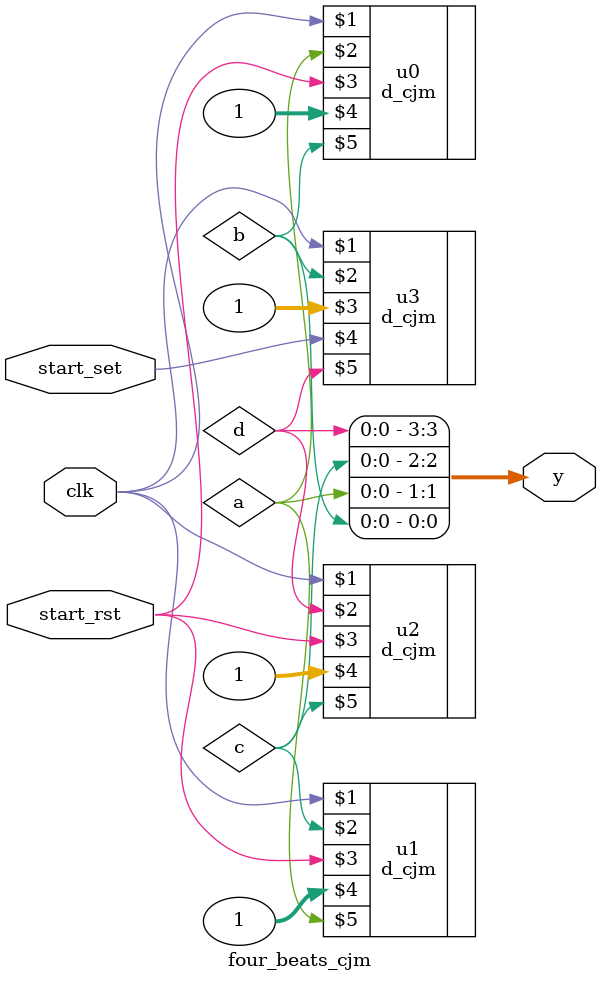
<source format=v>
`timescale 1ns / 1ps


module four_beats_cjm(
    input clk,
    input start_rst,
    input start_set,
    output [3:0] y
    );
    wire a,b,c,d;
    d_cjm u0(clk,a,start_rst,1,b);
    d_cjm u1(clk,c,start_rst,1,a);
    d_cjm u2(clk,d,start_rst,1,c);
    d_cjm u3(clk,b,1,start_set,d);
    assign y = {d,c,a,b};
endmodule

</source>
